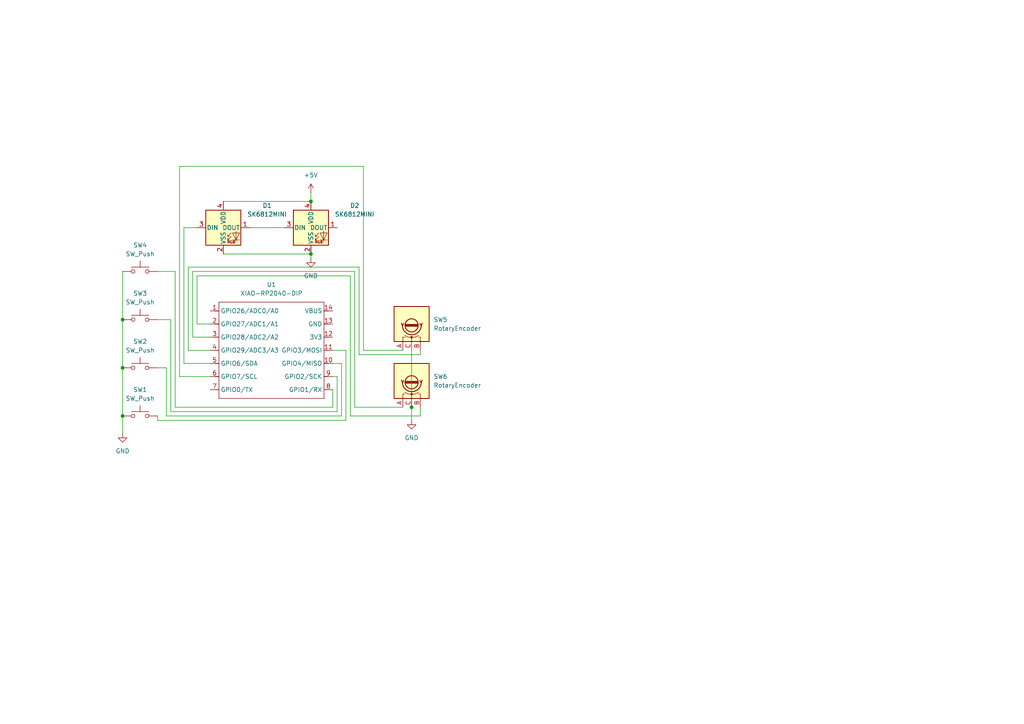
<source format=kicad_sch>
(kicad_sch
	(version 20250114)
	(generator "eeschema")
	(generator_version "9.0")
	(uuid "904a561f-a9fa-43f8-90f2-9432d3f1960a")
	(paper "A4")
	(lib_symbols
		(symbol "Device:RotaryEncoder"
			(pin_names
				(offset 0.254)
				(hide yes)
			)
			(exclude_from_sim no)
			(in_bom yes)
			(on_board yes)
			(property "Reference" "SW"
				(at 0 6.604 0)
				(effects
					(font
						(size 1.27 1.27)
					)
				)
			)
			(property "Value" "RotaryEncoder"
				(at 0 -6.604 0)
				(effects
					(font
						(size 1.27 1.27)
					)
				)
			)
			(property "Footprint" ""
				(at -3.81 4.064 0)
				(effects
					(font
						(size 1.27 1.27)
					)
					(hide yes)
				)
			)
			(property "Datasheet" "~"
				(at 0 6.604 0)
				(effects
					(font
						(size 1.27 1.27)
					)
					(hide yes)
				)
			)
			(property "Description" "Rotary encoder, dual channel, incremental quadrate outputs"
				(at 0 0 0)
				(effects
					(font
						(size 1.27 1.27)
					)
					(hide yes)
				)
			)
			(property "ki_keywords" "rotary switch encoder"
				(at 0 0 0)
				(effects
					(font
						(size 1.27 1.27)
					)
					(hide yes)
				)
			)
			(property "ki_fp_filters" "RotaryEncoder*"
				(at 0 0 0)
				(effects
					(font
						(size 1.27 1.27)
					)
					(hide yes)
				)
			)
			(symbol "RotaryEncoder_0_1"
				(rectangle
					(start -5.08 5.08)
					(end 5.08 -5.08)
					(stroke
						(width 0.254)
						(type default)
					)
					(fill
						(type background)
					)
				)
				(polyline
					(pts
						(xy -5.08 2.54) (xy -3.81 2.54) (xy -3.81 2.032)
					)
					(stroke
						(width 0)
						(type default)
					)
					(fill
						(type none)
					)
				)
				(polyline
					(pts
						(xy -5.08 0) (xy -3.81 0) (xy -3.81 -1.016) (xy -3.302 -2.032)
					)
					(stroke
						(width 0)
						(type default)
					)
					(fill
						(type none)
					)
				)
				(polyline
					(pts
						(xy -5.08 -2.54) (xy -3.81 -2.54) (xy -3.81 -2.032)
					)
					(stroke
						(width 0)
						(type default)
					)
					(fill
						(type none)
					)
				)
				(polyline
					(pts
						(xy -4.318 0) (xy -3.81 0) (xy -3.81 1.016) (xy -3.302 2.032)
					)
					(stroke
						(width 0)
						(type default)
					)
					(fill
						(type none)
					)
				)
				(circle
					(center -3.81 0)
					(radius 0.254)
					(stroke
						(width 0)
						(type default)
					)
					(fill
						(type outline)
					)
				)
				(polyline
					(pts
						(xy -0.635 -1.778) (xy -0.635 1.778)
					)
					(stroke
						(width 0.254)
						(type default)
					)
					(fill
						(type none)
					)
				)
				(circle
					(center -0.381 0)
					(radius 1.905)
					(stroke
						(width 0.254)
						(type default)
					)
					(fill
						(type none)
					)
				)
				(polyline
					(pts
						(xy -0.381 -1.778) (xy -0.381 1.778)
					)
					(stroke
						(width 0.254)
						(type default)
					)
					(fill
						(type none)
					)
				)
				(arc
					(start -0.381 -2.794)
					(mid -3.0988 -0.0635)
					(end -0.381 2.667)
					(stroke
						(width 0.254)
						(type default)
					)
					(fill
						(type none)
					)
				)
				(polyline
					(pts
						(xy -0.127 1.778) (xy -0.127 -1.778)
					)
					(stroke
						(width 0.254)
						(type default)
					)
					(fill
						(type none)
					)
				)
				(polyline
					(pts
						(xy 0.254 2.921) (xy -0.508 2.667) (xy 0.127 2.286)
					)
					(stroke
						(width 0.254)
						(type default)
					)
					(fill
						(type none)
					)
				)
				(polyline
					(pts
						(xy 0.254 -3.048) (xy -0.508 -2.794) (xy 0.127 -2.413)
					)
					(stroke
						(width 0.254)
						(type default)
					)
					(fill
						(type none)
					)
				)
			)
			(symbol "RotaryEncoder_1_1"
				(pin passive line
					(at -7.62 2.54 0)
					(length 2.54)
					(name "A"
						(effects
							(font
								(size 1.27 1.27)
							)
						)
					)
					(number "A"
						(effects
							(font
								(size 1.27 1.27)
							)
						)
					)
				)
				(pin passive line
					(at -7.62 0 0)
					(length 2.54)
					(name "C"
						(effects
							(font
								(size 1.27 1.27)
							)
						)
					)
					(number "C"
						(effects
							(font
								(size 1.27 1.27)
							)
						)
					)
				)
				(pin passive line
					(at -7.62 -2.54 0)
					(length 2.54)
					(name "B"
						(effects
							(font
								(size 1.27 1.27)
							)
						)
					)
					(number "B"
						(effects
							(font
								(size 1.27 1.27)
							)
						)
					)
				)
			)
			(embedded_fonts no)
		)
		(symbol "LED:SK6812MINI"
			(pin_names
				(offset 0.254)
			)
			(exclude_from_sim no)
			(in_bom yes)
			(on_board yes)
			(property "Reference" "D"
				(at 5.08 5.715 0)
				(effects
					(font
						(size 1.27 1.27)
					)
					(justify right bottom)
				)
			)
			(property "Value" "SK6812MINI"
				(at 1.27 -5.715 0)
				(effects
					(font
						(size 1.27 1.27)
					)
					(justify left top)
				)
			)
			(property "Footprint" "LED_SMD:LED_SK6812MINI_PLCC4_3.5x3.5mm_P1.75mm"
				(at 1.27 -7.62 0)
				(effects
					(font
						(size 1.27 1.27)
					)
					(justify left top)
					(hide yes)
				)
			)
			(property "Datasheet" "https://cdn-shop.adafruit.com/product-files/2686/SK6812MINI_REV.01-1-2.pdf"
				(at 2.54 -9.525 0)
				(effects
					(font
						(size 1.27 1.27)
					)
					(justify left top)
					(hide yes)
				)
			)
			(property "Description" "RGB LED with integrated controller"
				(at 0 0 0)
				(effects
					(font
						(size 1.27 1.27)
					)
					(hide yes)
				)
			)
			(property "ki_keywords" "RGB LED NeoPixel Mini addressable"
				(at 0 0 0)
				(effects
					(font
						(size 1.27 1.27)
					)
					(hide yes)
				)
			)
			(property "ki_fp_filters" "LED*SK6812MINI*PLCC*3.5x3.5mm*P1.75mm*"
				(at 0 0 0)
				(effects
					(font
						(size 1.27 1.27)
					)
					(hide yes)
				)
			)
			(symbol "SK6812MINI_0_0"
				(text "RGB"
					(at 2.286 -4.191 0)
					(effects
						(font
							(size 0.762 0.762)
						)
					)
				)
			)
			(symbol "SK6812MINI_0_1"
				(polyline
					(pts
						(xy 1.27 -2.54) (xy 1.778 -2.54)
					)
					(stroke
						(width 0)
						(type default)
					)
					(fill
						(type none)
					)
				)
				(polyline
					(pts
						(xy 1.27 -3.556) (xy 1.778 -3.556)
					)
					(stroke
						(width 0)
						(type default)
					)
					(fill
						(type none)
					)
				)
				(polyline
					(pts
						(xy 2.286 -1.524) (xy 1.27 -2.54) (xy 1.27 -2.032)
					)
					(stroke
						(width 0)
						(type default)
					)
					(fill
						(type none)
					)
				)
				(polyline
					(pts
						(xy 2.286 -2.54) (xy 1.27 -3.556) (xy 1.27 -3.048)
					)
					(stroke
						(width 0)
						(type default)
					)
					(fill
						(type none)
					)
				)
				(polyline
					(pts
						(xy 3.683 -1.016) (xy 3.683 -3.556) (xy 3.683 -4.064)
					)
					(stroke
						(width 0)
						(type default)
					)
					(fill
						(type none)
					)
				)
				(polyline
					(pts
						(xy 4.699 -1.524) (xy 2.667 -1.524) (xy 3.683 -3.556) (xy 4.699 -1.524)
					)
					(stroke
						(width 0)
						(type default)
					)
					(fill
						(type none)
					)
				)
				(polyline
					(pts
						(xy 4.699 -3.556) (xy 2.667 -3.556)
					)
					(stroke
						(width 0)
						(type default)
					)
					(fill
						(type none)
					)
				)
				(rectangle
					(start 5.08 5.08)
					(end -5.08 -5.08)
					(stroke
						(width 0.254)
						(type default)
					)
					(fill
						(type background)
					)
				)
			)
			(symbol "SK6812MINI_1_1"
				(pin input line
					(at -7.62 0 0)
					(length 2.54)
					(name "DIN"
						(effects
							(font
								(size 1.27 1.27)
							)
						)
					)
					(number "3"
						(effects
							(font
								(size 1.27 1.27)
							)
						)
					)
				)
				(pin power_in line
					(at 0 7.62 270)
					(length 2.54)
					(name "VDD"
						(effects
							(font
								(size 1.27 1.27)
							)
						)
					)
					(number "4"
						(effects
							(font
								(size 1.27 1.27)
							)
						)
					)
				)
				(pin power_in line
					(at 0 -7.62 90)
					(length 2.54)
					(name "VSS"
						(effects
							(font
								(size 1.27 1.27)
							)
						)
					)
					(number "2"
						(effects
							(font
								(size 1.27 1.27)
							)
						)
					)
				)
				(pin output line
					(at 7.62 0 180)
					(length 2.54)
					(name "DOUT"
						(effects
							(font
								(size 1.27 1.27)
							)
						)
					)
					(number "1"
						(effects
							(font
								(size 1.27 1.27)
							)
						)
					)
				)
			)
			(embedded_fonts no)
		)
		(symbol "OPL:XIAO-RP2040-DIP"
			(exclude_from_sim no)
			(in_bom yes)
			(on_board yes)
			(property "Reference" "U"
				(at 0 0 0)
				(effects
					(font
						(size 1.27 1.27)
					)
				)
			)
			(property "Value" "XIAO-RP2040-DIP"
				(at 5.334 -1.778 0)
				(effects
					(font
						(size 1.27 1.27)
					)
				)
			)
			(property "Footprint" "Module:MOUDLE14P-XIAO-DIP-SMD"
				(at 14.478 -32.258 0)
				(effects
					(font
						(size 1.27 1.27)
					)
					(hide yes)
				)
			)
			(property "Datasheet" ""
				(at 0 0 0)
				(effects
					(font
						(size 1.27 1.27)
					)
					(hide yes)
				)
			)
			(property "Description" ""
				(at 0 0 0)
				(effects
					(font
						(size 1.27 1.27)
					)
					(hide yes)
				)
			)
			(symbol "XIAO-RP2040-DIP_1_0"
				(polyline
					(pts
						(xy -1.27 -2.54) (xy 29.21 -2.54)
					)
					(stroke
						(width 0.1524)
						(type solid)
					)
					(fill
						(type none)
					)
				)
				(polyline
					(pts
						(xy -1.27 -5.08) (xy -2.54 -5.08)
					)
					(stroke
						(width 0.1524)
						(type solid)
					)
					(fill
						(type none)
					)
				)
				(polyline
					(pts
						(xy -1.27 -5.08) (xy -1.27 -2.54)
					)
					(stroke
						(width 0.1524)
						(type solid)
					)
					(fill
						(type none)
					)
				)
				(polyline
					(pts
						(xy -1.27 -8.89) (xy -2.54 -8.89)
					)
					(stroke
						(width 0.1524)
						(type solid)
					)
					(fill
						(type none)
					)
				)
				(polyline
					(pts
						(xy -1.27 -8.89) (xy -1.27 -5.08)
					)
					(stroke
						(width 0.1524)
						(type solid)
					)
					(fill
						(type none)
					)
				)
				(polyline
					(pts
						(xy -1.27 -12.7) (xy -2.54 -12.7)
					)
					(stroke
						(width 0.1524)
						(type solid)
					)
					(fill
						(type none)
					)
				)
				(polyline
					(pts
						(xy -1.27 -12.7) (xy -1.27 -8.89)
					)
					(stroke
						(width 0.1524)
						(type solid)
					)
					(fill
						(type none)
					)
				)
				(polyline
					(pts
						(xy -1.27 -16.51) (xy -2.54 -16.51)
					)
					(stroke
						(width 0.1524)
						(type solid)
					)
					(fill
						(type none)
					)
				)
				(polyline
					(pts
						(xy -1.27 -16.51) (xy -1.27 -12.7)
					)
					(stroke
						(width 0.1524)
						(type solid)
					)
					(fill
						(type none)
					)
				)
				(polyline
					(pts
						(xy -1.27 -20.32) (xy -2.54 -20.32)
					)
					(stroke
						(width 0.1524)
						(type solid)
					)
					(fill
						(type none)
					)
				)
				(polyline
					(pts
						(xy -1.27 -24.13) (xy -2.54 -24.13)
					)
					(stroke
						(width 0.1524)
						(type solid)
					)
					(fill
						(type none)
					)
				)
				(polyline
					(pts
						(xy -1.27 -27.94) (xy -2.54 -27.94)
					)
					(stroke
						(width 0.1524)
						(type solid)
					)
					(fill
						(type none)
					)
				)
				(polyline
					(pts
						(xy -1.27 -30.48) (xy -1.27 -16.51)
					)
					(stroke
						(width 0.1524)
						(type solid)
					)
					(fill
						(type none)
					)
				)
				(polyline
					(pts
						(xy 29.21 -2.54) (xy 29.21 -5.08)
					)
					(stroke
						(width 0.1524)
						(type solid)
					)
					(fill
						(type none)
					)
				)
				(polyline
					(pts
						(xy 29.21 -5.08) (xy 29.21 -8.89)
					)
					(stroke
						(width 0.1524)
						(type solid)
					)
					(fill
						(type none)
					)
				)
				(polyline
					(pts
						(xy 29.21 -8.89) (xy 29.21 -12.7)
					)
					(stroke
						(width 0.1524)
						(type solid)
					)
					(fill
						(type none)
					)
				)
				(polyline
					(pts
						(xy 29.21 -12.7) (xy 29.21 -30.48)
					)
					(stroke
						(width 0.1524)
						(type solid)
					)
					(fill
						(type none)
					)
				)
				(polyline
					(pts
						(xy 29.21 -30.48) (xy -1.27 -30.48)
					)
					(stroke
						(width 0.1524)
						(type solid)
					)
					(fill
						(type none)
					)
				)
				(polyline
					(pts
						(xy 30.48 -5.08) (xy 29.21 -5.08)
					)
					(stroke
						(width 0.1524)
						(type solid)
					)
					(fill
						(type none)
					)
				)
				(polyline
					(pts
						(xy 30.48 -8.89) (xy 29.21 -8.89)
					)
					(stroke
						(width 0.1524)
						(type solid)
					)
					(fill
						(type none)
					)
				)
				(polyline
					(pts
						(xy 30.48 -12.7) (xy 29.21 -12.7)
					)
					(stroke
						(width 0.1524)
						(type solid)
					)
					(fill
						(type none)
					)
				)
				(polyline
					(pts
						(xy 30.48 -16.51) (xy 29.21 -16.51)
					)
					(stroke
						(width 0.1524)
						(type solid)
					)
					(fill
						(type none)
					)
				)
				(polyline
					(pts
						(xy 30.48 -20.32) (xy 29.21 -20.32)
					)
					(stroke
						(width 0.1524)
						(type solid)
					)
					(fill
						(type none)
					)
				)
				(polyline
					(pts
						(xy 30.48 -24.13) (xy 29.21 -24.13)
					)
					(stroke
						(width 0.1524)
						(type solid)
					)
					(fill
						(type none)
					)
				)
				(polyline
					(pts
						(xy 30.48 -27.94) (xy 29.21 -27.94)
					)
					(stroke
						(width 0.1524)
						(type solid)
					)
					(fill
						(type none)
					)
				)
				(pin passive line
					(at -3.81 -5.08 0)
					(length 2.54)
					(name "GPIO26/ADC0/A0"
						(effects
							(font
								(size 1.27 1.27)
							)
						)
					)
					(number "1"
						(effects
							(font
								(size 1.27 1.27)
							)
						)
					)
				)
				(pin passive line
					(at -3.81 -8.89 0)
					(length 2.54)
					(name "GPIO27/ADC1/A1"
						(effects
							(font
								(size 1.27 1.27)
							)
						)
					)
					(number "2"
						(effects
							(font
								(size 1.27 1.27)
							)
						)
					)
				)
				(pin passive line
					(at -3.81 -12.7 0)
					(length 2.54)
					(name "GPIO28/ADC2/A2"
						(effects
							(font
								(size 1.27 1.27)
							)
						)
					)
					(number "3"
						(effects
							(font
								(size 1.27 1.27)
							)
						)
					)
				)
				(pin passive line
					(at -3.81 -16.51 0)
					(length 2.54)
					(name "GPIO29/ADC3/A3"
						(effects
							(font
								(size 1.27 1.27)
							)
						)
					)
					(number "4"
						(effects
							(font
								(size 1.27 1.27)
							)
						)
					)
				)
				(pin passive line
					(at -3.81 -20.32 0)
					(length 2.54)
					(name "GPIO6/SDA"
						(effects
							(font
								(size 1.27 1.27)
							)
						)
					)
					(number "5"
						(effects
							(font
								(size 1.27 1.27)
							)
						)
					)
				)
				(pin passive line
					(at -3.81 -24.13 0)
					(length 2.54)
					(name "GPIO7/SCL"
						(effects
							(font
								(size 1.27 1.27)
							)
						)
					)
					(number "6"
						(effects
							(font
								(size 1.27 1.27)
							)
						)
					)
				)
				(pin passive line
					(at -3.81 -27.94 0)
					(length 2.54)
					(name "GPIO0/TX"
						(effects
							(font
								(size 1.27 1.27)
							)
						)
					)
					(number "7"
						(effects
							(font
								(size 1.27 1.27)
							)
						)
					)
				)
				(pin passive line
					(at 31.75 -5.08 180)
					(length 2.54)
					(name "VBUS"
						(effects
							(font
								(size 1.27 1.27)
							)
						)
					)
					(number "14"
						(effects
							(font
								(size 1.27 1.27)
							)
						)
					)
				)
				(pin passive line
					(at 31.75 -8.89 180)
					(length 2.54)
					(name "GND"
						(effects
							(font
								(size 1.27 1.27)
							)
						)
					)
					(number "13"
						(effects
							(font
								(size 1.27 1.27)
							)
						)
					)
				)
				(pin passive line
					(at 31.75 -12.7 180)
					(length 2.54)
					(name "3V3"
						(effects
							(font
								(size 1.27 1.27)
							)
						)
					)
					(number "12"
						(effects
							(font
								(size 1.27 1.27)
							)
						)
					)
				)
				(pin passive line
					(at 31.75 -16.51 180)
					(length 2.54)
					(name "GPIO3/MOSI"
						(effects
							(font
								(size 1.27 1.27)
							)
						)
					)
					(number "11"
						(effects
							(font
								(size 1.27 1.27)
							)
						)
					)
				)
				(pin passive line
					(at 31.75 -20.32 180)
					(length 2.54)
					(name "GPIO4/MISO"
						(effects
							(font
								(size 1.27 1.27)
							)
						)
					)
					(number "10"
						(effects
							(font
								(size 1.27 1.27)
							)
						)
					)
				)
				(pin passive line
					(at 31.75 -24.13 180)
					(length 2.54)
					(name "GPIO2/SCK"
						(effects
							(font
								(size 1.27 1.27)
							)
						)
					)
					(number "9"
						(effects
							(font
								(size 1.27 1.27)
							)
						)
					)
				)
				(pin passive line
					(at 31.75 -27.94 180)
					(length 2.54)
					(name "GPIO1/RX"
						(effects
							(font
								(size 1.27 1.27)
							)
						)
					)
					(number "8"
						(effects
							(font
								(size 1.27 1.27)
							)
						)
					)
				)
			)
			(embedded_fonts no)
		)
		(symbol "Switch:SW_Push"
			(pin_numbers
				(hide yes)
			)
			(pin_names
				(offset 1.016)
				(hide yes)
			)
			(exclude_from_sim no)
			(in_bom yes)
			(on_board yes)
			(property "Reference" "SW"
				(at 1.27 2.54 0)
				(effects
					(font
						(size 1.27 1.27)
					)
					(justify left)
				)
			)
			(property "Value" "SW_Push"
				(at 0 -1.524 0)
				(effects
					(font
						(size 1.27 1.27)
					)
				)
			)
			(property "Footprint" ""
				(at 0 5.08 0)
				(effects
					(font
						(size 1.27 1.27)
					)
					(hide yes)
				)
			)
			(property "Datasheet" "~"
				(at 0 5.08 0)
				(effects
					(font
						(size 1.27 1.27)
					)
					(hide yes)
				)
			)
			(property "Description" "Push button switch, generic, two pins"
				(at 0 0 0)
				(effects
					(font
						(size 1.27 1.27)
					)
					(hide yes)
				)
			)
			(property "ki_keywords" "switch normally-open pushbutton push-button"
				(at 0 0 0)
				(effects
					(font
						(size 1.27 1.27)
					)
					(hide yes)
				)
			)
			(symbol "SW_Push_0_1"
				(circle
					(center -2.032 0)
					(radius 0.508)
					(stroke
						(width 0)
						(type default)
					)
					(fill
						(type none)
					)
				)
				(polyline
					(pts
						(xy 0 1.27) (xy 0 3.048)
					)
					(stroke
						(width 0)
						(type default)
					)
					(fill
						(type none)
					)
				)
				(circle
					(center 2.032 0)
					(radius 0.508)
					(stroke
						(width 0)
						(type default)
					)
					(fill
						(type none)
					)
				)
				(polyline
					(pts
						(xy 2.54 1.27) (xy -2.54 1.27)
					)
					(stroke
						(width 0)
						(type default)
					)
					(fill
						(type none)
					)
				)
				(pin passive line
					(at -5.08 0 0)
					(length 2.54)
					(name "1"
						(effects
							(font
								(size 1.27 1.27)
							)
						)
					)
					(number "1"
						(effects
							(font
								(size 1.27 1.27)
							)
						)
					)
				)
				(pin passive line
					(at 5.08 0 180)
					(length 2.54)
					(name "2"
						(effects
							(font
								(size 1.27 1.27)
							)
						)
					)
					(number "2"
						(effects
							(font
								(size 1.27 1.27)
							)
						)
					)
				)
			)
			(embedded_fonts no)
		)
		(symbol "power:+5V"
			(power)
			(pin_numbers
				(hide yes)
			)
			(pin_names
				(offset 0)
				(hide yes)
			)
			(exclude_from_sim no)
			(in_bom yes)
			(on_board yes)
			(property "Reference" "#PWR"
				(at 0 -3.81 0)
				(effects
					(font
						(size 1.27 1.27)
					)
					(hide yes)
				)
			)
			(property "Value" "+5V"
				(at 0 3.556 0)
				(effects
					(font
						(size 1.27 1.27)
					)
				)
			)
			(property "Footprint" ""
				(at 0 0 0)
				(effects
					(font
						(size 1.27 1.27)
					)
					(hide yes)
				)
			)
			(property "Datasheet" ""
				(at 0 0 0)
				(effects
					(font
						(size 1.27 1.27)
					)
					(hide yes)
				)
			)
			(property "Description" "Power symbol creates a global label with name \"+5V\""
				(at 0 0 0)
				(effects
					(font
						(size 1.27 1.27)
					)
					(hide yes)
				)
			)
			(property "ki_keywords" "global power"
				(at 0 0 0)
				(effects
					(font
						(size 1.27 1.27)
					)
					(hide yes)
				)
			)
			(symbol "+5V_0_1"
				(polyline
					(pts
						(xy -0.762 1.27) (xy 0 2.54)
					)
					(stroke
						(width 0)
						(type default)
					)
					(fill
						(type none)
					)
				)
				(polyline
					(pts
						(xy 0 2.54) (xy 0.762 1.27)
					)
					(stroke
						(width 0)
						(type default)
					)
					(fill
						(type none)
					)
				)
				(polyline
					(pts
						(xy 0 0) (xy 0 2.54)
					)
					(stroke
						(width 0)
						(type default)
					)
					(fill
						(type none)
					)
				)
			)
			(symbol "+5V_1_1"
				(pin power_in line
					(at 0 0 90)
					(length 0)
					(name "~"
						(effects
							(font
								(size 1.27 1.27)
							)
						)
					)
					(number "1"
						(effects
							(font
								(size 1.27 1.27)
							)
						)
					)
				)
			)
			(embedded_fonts no)
		)
		(symbol "power:GND"
			(power)
			(pin_numbers
				(hide yes)
			)
			(pin_names
				(offset 0)
				(hide yes)
			)
			(exclude_from_sim no)
			(in_bom yes)
			(on_board yes)
			(property "Reference" "#PWR"
				(at 0 -6.35 0)
				(effects
					(font
						(size 1.27 1.27)
					)
					(hide yes)
				)
			)
			(property "Value" "GND"
				(at 0 -3.81 0)
				(effects
					(font
						(size 1.27 1.27)
					)
				)
			)
			(property "Footprint" ""
				(at 0 0 0)
				(effects
					(font
						(size 1.27 1.27)
					)
					(hide yes)
				)
			)
			(property "Datasheet" ""
				(at 0 0 0)
				(effects
					(font
						(size 1.27 1.27)
					)
					(hide yes)
				)
			)
			(property "Description" "Power symbol creates a global label with name \"GND\" , ground"
				(at 0 0 0)
				(effects
					(font
						(size 1.27 1.27)
					)
					(hide yes)
				)
			)
			(property "ki_keywords" "global power"
				(at 0 0 0)
				(effects
					(font
						(size 1.27 1.27)
					)
					(hide yes)
				)
			)
			(symbol "GND_0_1"
				(polyline
					(pts
						(xy 0 0) (xy 0 -1.27) (xy 1.27 -1.27) (xy 0 -2.54) (xy -1.27 -1.27) (xy 0 -1.27)
					)
					(stroke
						(width 0)
						(type default)
					)
					(fill
						(type none)
					)
				)
			)
			(symbol "GND_1_1"
				(pin power_in line
					(at 0 0 270)
					(length 0)
					(name "~"
						(effects
							(font
								(size 1.27 1.27)
							)
						)
					)
					(number "1"
						(effects
							(font
								(size 1.27 1.27)
							)
						)
					)
				)
			)
			(embedded_fonts no)
		)
	)
	(junction
		(at 119.38 118.11)
		(diameter 0)
		(color 0 0 0 0)
		(uuid "3bd48b9a-a6d9-44d2-a766-fdf2912e9872")
	)
	(junction
		(at 35.56 92.71)
		(diameter 0)
		(color 0 0 0 0)
		(uuid "4658178f-420b-4755-aedb-bd2672c0c2b6")
	)
	(junction
		(at 90.17 73.66)
		(diameter 0)
		(color 0 0 0 0)
		(uuid "49a0437b-5350-4128-93a5-4fbd7b32caed")
	)
	(junction
		(at 90.17 58.42)
		(diameter 0)
		(color 0 0 0 0)
		(uuid "5b846988-8d38-40b9-8794-8bb3db1bfa3a")
	)
	(junction
		(at 35.56 120.65)
		(diameter 0)
		(color 0 0 0 0)
		(uuid "a4e0c286-8987-4302-abc2-132bb41e7dfe")
	)
	(junction
		(at 35.56 106.68)
		(diameter 0)
		(color 0 0 0 0)
		(uuid "fded3c3c-afb6-48f7-a323-6409de796048")
	)
	(wire
		(pts
			(xy 35.56 92.71) (xy 35.56 106.68)
		)
		(stroke
			(width 0)
			(type default)
		)
		(uuid "01e0ed5c-eeb7-4bb8-9213-1b03d4642d9e")
	)
	(wire
		(pts
			(xy 48.26 120.65) (xy 48.26 106.68)
		)
		(stroke
			(width 0)
			(type default)
		)
		(uuid "04198071-6e5d-4c6e-8691-3d2faa15b74e")
	)
	(wire
		(pts
			(xy 57.15 93.98) (xy 57.15 80.01)
		)
		(stroke
			(width 0)
			(type default)
		)
		(uuid "05241945-a32d-405f-8165-8e89b224ad0e")
	)
	(wire
		(pts
			(xy 53.34 105.41) (xy 53.34 66.04)
		)
		(stroke
			(width 0)
			(type default)
		)
		(uuid "0a60bf30-8c7d-4980-bd85-488e35c18a11")
	)
	(wire
		(pts
			(xy 54.61 77.47) (xy 104.14 77.47)
		)
		(stroke
			(width 0)
			(type default)
		)
		(uuid "0ad1367e-9325-4592-916d-751fe6f1093d")
	)
	(wire
		(pts
			(xy 35.56 120.65) (xy 35.56 125.73)
		)
		(stroke
			(width 0)
			(type default)
		)
		(uuid "0c67e946-85de-4a8a-a7d4-40d59ebbc7be")
	)
	(wire
		(pts
			(xy 54.61 101.6) (xy 60.96 101.6)
		)
		(stroke
			(width 0)
			(type default)
		)
		(uuid "0d65132e-2b13-45b9-b80a-d43337b6be07")
	)
	(wire
		(pts
			(xy 54.61 77.47) (xy 54.61 101.6)
		)
		(stroke
			(width 0)
			(type default)
		)
		(uuid "11ac3e82-c53a-46c1-92fd-9ea6afa3b8bc")
	)
	(wire
		(pts
			(xy 52.07 109.22) (xy 52.07 48.26)
		)
		(stroke
			(width 0)
			(type default)
		)
		(uuid "149e6207-f2d0-45ba-b3ae-4fe1a4118d52")
	)
	(wire
		(pts
			(xy 121.92 120.65) (xy 121.92 118.11)
		)
		(stroke
			(width 0)
			(type default)
		)
		(uuid "255f1c74-f280-4702-b272-04b8ffde2a96")
	)
	(wire
		(pts
			(xy 35.56 78.74) (xy 35.56 92.71)
		)
		(stroke
			(width 0)
			(type default)
		)
		(uuid "28040dcf-3d95-49a1-8891-9f87d0e31c56")
	)
	(wire
		(pts
			(xy 121.92 102.87) (xy 121.92 101.6)
		)
		(stroke
			(width 0)
			(type default)
		)
		(uuid "2adc619c-2d30-494a-a778-19fb4de9e467")
	)
	(wire
		(pts
			(xy 35.56 106.68) (xy 35.56 120.65)
		)
		(stroke
			(width 0)
			(type default)
		)
		(uuid "2fca69ec-79d2-48db-9f41-9041b585f066")
	)
	(wire
		(pts
			(xy 50.8 78.74) (xy 45.72 78.74)
		)
		(stroke
			(width 0)
			(type default)
		)
		(uuid "31a1a8f9-177e-49e4-82a5-f227fadd9dbb")
	)
	(wire
		(pts
			(xy 100.33 121.92) (xy 100.33 101.6)
		)
		(stroke
			(width 0)
			(type default)
		)
		(uuid "34ffe86f-ef05-4df7-b8ca-4cffe8509cdb")
	)
	(wire
		(pts
			(xy 64.77 73.66) (xy 90.17 73.66)
		)
		(stroke
			(width 0)
			(type default)
		)
		(uuid "3f7be85b-1cce-4479-9987-2ca4ac015a95")
	)
	(wire
		(pts
			(xy 119.38 101.6) (xy 119.38 118.11)
		)
		(stroke
			(width 0)
			(type default)
		)
		(uuid "3fb99be9-f933-4f66-8700-31b54280c72c")
	)
	(wire
		(pts
			(xy 99.06 105.41) (xy 99.06 120.65)
		)
		(stroke
			(width 0)
			(type default)
		)
		(uuid "4562f693-5d0e-4cf5-99a8-4cddb7a5ab28")
	)
	(wire
		(pts
			(xy 101.6 80.01) (xy 101.6 120.65)
		)
		(stroke
			(width 0)
			(type default)
		)
		(uuid "4a323271-6990-4a18-afd1-668b684c8223")
	)
	(wire
		(pts
			(xy 101.6 120.65) (xy 121.92 120.65)
		)
		(stroke
			(width 0)
			(type default)
		)
		(uuid "4ac9eaad-fa23-418f-9252-7d1affa6c2a9")
	)
	(wire
		(pts
			(xy 90.17 73.66) (xy 90.17 74.93)
		)
		(stroke
			(width 0)
			(type default)
		)
		(uuid "4c7b723c-f4da-4285-961a-22c9b2d7cfd6")
	)
	(wire
		(pts
			(xy 55.88 78.74) (xy 102.87 78.74)
		)
		(stroke
			(width 0)
			(type default)
		)
		(uuid "4e87e52b-1a4b-432f-b216-83613d214082")
	)
	(wire
		(pts
			(xy 105.41 48.26) (xy 105.41 101.6)
		)
		(stroke
			(width 0)
			(type default)
		)
		(uuid "540fd53f-9fde-4f4e-98dd-61df2bec0d8a")
	)
	(wire
		(pts
			(xy 96.52 113.03) (xy 96.52 118.11)
		)
		(stroke
			(width 0)
			(type default)
		)
		(uuid "5750b8eb-1fc0-4b04-b922-14df53ea685f")
	)
	(wire
		(pts
			(xy 48.26 106.68) (xy 45.72 106.68)
		)
		(stroke
			(width 0)
			(type default)
		)
		(uuid "5860d0ee-149d-4a97-98c8-467fa15f1219")
	)
	(wire
		(pts
			(xy 60.96 93.98) (xy 57.15 93.98)
		)
		(stroke
			(width 0)
			(type default)
		)
		(uuid "60bd425a-a340-4571-851f-7819d3c2ed50")
	)
	(wire
		(pts
			(xy 52.07 109.22) (xy 60.96 109.22)
		)
		(stroke
			(width 0)
			(type default)
		)
		(uuid "6f7e0a5c-5d47-4cb5-b28c-db3c6457ae08")
	)
	(wire
		(pts
			(xy 53.34 66.04) (xy 57.15 66.04)
		)
		(stroke
			(width 0)
			(type default)
		)
		(uuid "6ff4e21d-e39c-4404-ad73-94929bcd3546")
	)
	(wire
		(pts
			(xy 102.87 118.11) (xy 116.84 118.11)
		)
		(stroke
			(width 0)
			(type default)
		)
		(uuid "73e16554-5bae-4493-8d83-d8391f6a86a5")
	)
	(wire
		(pts
			(xy 45.72 120.65) (xy 45.72 121.92)
		)
		(stroke
			(width 0)
			(type default)
		)
		(uuid "78a92afe-7043-4640-8faf-a003b19122b4")
	)
	(wire
		(pts
			(xy 53.34 105.41) (xy 60.96 105.41)
		)
		(stroke
			(width 0)
			(type default)
		)
		(uuid "7a14e30c-ab19-4618-87d2-523182e2e632")
	)
	(wire
		(pts
			(xy 72.39 66.04) (xy 82.55 66.04)
		)
		(stroke
			(width 0)
			(type default)
		)
		(uuid "80958f0e-6da9-4d80-a713-e57e36478135")
	)
	(wire
		(pts
			(xy 97.79 109.22) (xy 96.52 109.22)
		)
		(stroke
			(width 0)
			(type default)
		)
		(uuid "858589c8-d46f-4a71-8475-8bc6d3ac6718")
	)
	(wire
		(pts
			(xy 45.72 121.92) (xy 100.33 121.92)
		)
		(stroke
			(width 0)
			(type default)
		)
		(uuid "89919108-9b55-4c36-b978-3a70e5278fc1")
	)
	(wire
		(pts
			(xy 100.33 101.6) (xy 96.52 101.6)
		)
		(stroke
			(width 0)
			(type default)
		)
		(uuid "951adb9c-c37b-4f8a-9653-6686b7d96f8b")
	)
	(wire
		(pts
			(xy 60.96 97.79) (xy 55.88 97.79)
		)
		(stroke
			(width 0)
			(type default)
		)
		(uuid "965ebef4-8de3-4153-85e4-381bab774721")
	)
	(wire
		(pts
			(xy 97.79 119.38) (xy 97.79 109.22)
		)
		(stroke
			(width 0)
			(type default)
		)
		(uuid "a832c209-6e79-4754-a1bc-65eaadb4c6c6")
	)
	(wire
		(pts
			(xy 96.52 105.41) (xy 99.06 105.41)
		)
		(stroke
			(width 0)
			(type default)
		)
		(uuid "afcfef2c-bb1f-4c0e-8ed3-baa35f433fc7")
	)
	(wire
		(pts
			(xy 55.88 97.79) (xy 55.88 78.74)
		)
		(stroke
			(width 0)
			(type default)
		)
		(uuid "b140c604-c385-41dc-8018-6aff35a74a22")
	)
	(wire
		(pts
			(xy 104.14 102.87) (xy 121.92 102.87)
		)
		(stroke
			(width 0)
			(type default)
		)
		(uuid "b9abcc85-b3c5-4b52-a663-13a9f5691111")
	)
	(wire
		(pts
			(xy 104.14 77.47) (xy 104.14 102.87)
		)
		(stroke
			(width 0)
			(type default)
		)
		(uuid "bd6150af-e2da-45da-b432-d2bad337d972")
	)
	(wire
		(pts
			(xy 45.72 92.71) (xy 49.53 92.71)
		)
		(stroke
			(width 0)
			(type default)
		)
		(uuid "bf4aaf4a-8671-4c15-a79b-34edc33f9dc3")
	)
	(wire
		(pts
			(xy 105.41 101.6) (xy 116.84 101.6)
		)
		(stroke
			(width 0)
			(type default)
		)
		(uuid "c424e605-5f85-4ed9-80d8-ef51ae144843")
	)
	(wire
		(pts
			(xy 90.17 55.88) (xy 90.17 58.42)
		)
		(stroke
			(width 0)
			(type default)
		)
		(uuid "c9c9feec-d331-4ad7-8466-2fc4f052549d")
	)
	(wire
		(pts
			(xy 64.77 58.42) (xy 90.17 58.42)
		)
		(stroke
			(width 0)
			(type default)
		)
		(uuid "c9de17c1-437a-4795-b94e-139c23c165d6")
	)
	(wire
		(pts
			(xy 102.87 78.74) (xy 102.87 118.11)
		)
		(stroke
			(width 0)
			(type default)
		)
		(uuid "cbf9505f-8b9b-4906-bc03-d783184d6d0f")
	)
	(wire
		(pts
			(xy 52.07 48.26) (xy 105.41 48.26)
		)
		(stroke
			(width 0)
			(type default)
		)
		(uuid "cdd38c3c-52b5-46d8-8428-3ddaccb8bfbb")
	)
	(wire
		(pts
			(xy 50.8 118.11) (xy 50.8 78.74)
		)
		(stroke
			(width 0)
			(type default)
		)
		(uuid "d6a15952-f3b7-4e97-be4f-17db556e612c")
	)
	(wire
		(pts
			(xy 119.38 118.11) (xy 119.38 121.92)
		)
		(stroke
			(width 0)
			(type default)
		)
		(uuid "d9da5cdb-fa39-43de-bf1f-5145648f8d65")
	)
	(wire
		(pts
			(xy 48.26 120.65) (xy 99.06 120.65)
		)
		(stroke
			(width 0)
			(type default)
		)
		(uuid "e49150b1-c0c4-45c0-aedf-c53b07c37b2e")
	)
	(wire
		(pts
			(xy 49.53 92.71) (xy 49.53 119.38)
		)
		(stroke
			(width 0)
			(type default)
		)
		(uuid "f1ee08a9-7171-41e9-a721-ce78a1c9f0e6")
	)
	(wire
		(pts
			(xy 57.15 80.01) (xy 101.6 80.01)
		)
		(stroke
			(width 0)
			(type default)
		)
		(uuid "f40d9d49-ac51-4c33-b7ab-d0561f2abaad")
	)
	(wire
		(pts
			(xy 50.8 118.11) (xy 96.52 118.11)
		)
		(stroke
			(width 0)
			(type default)
		)
		(uuid "faf72410-28eb-4f9e-a6ae-551798d51e42")
	)
	(wire
		(pts
			(xy 49.53 119.38) (xy 97.79 119.38)
		)
		(stroke
			(width 0)
			(type default)
		)
		(uuid "fdb5b3f6-fb2b-49d2-a8d3-c06227bb9f8e")
	)
	(symbol
		(lib_id "Switch:SW_Push")
		(at 40.64 120.65 0)
		(unit 1)
		(exclude_from_sim no)
		(in_bom yes)
		(on_board yes)
		(dnp no)
		(fields_autoplaced yes)
		(uuid "17028209-1d05-4f34-9386-54ceb7b38469")
		(property "Reference" "SW1"
			(at 40.64 113.03 0)
			(effects
				(font
					(size 1.27 1.27)
				)
			)
		)
		(property "Value" "SW_Push"
			(at 40.64 115.57 0)
			(effects
				(font
					(size 1.27 1.27)
				)
			)
		)
		(property "Footprint" "Button_Switch_Keyboard:SW_Cherry_MX_1.00u_PCB"
			(at 40.64 115.57 0)
			(effects
				(font
					(size 1.27 1.27)
				)
				(hide yes)
			)
		)
		(property "Datasheet" "~"
			(at 40.64 115.57 0)
			(effects
				(font
					(size 1.27 1.27)
				)
				(hide yes)
			)
		)
		(property "Description" "Push button switch, generic, two pins"
			(at 40.64 120.65 0)
			(effects
				(font
					(size 1.27 1.27)
				)
				(hide yes)
			)
		)
		(pin "2"
			(uuid "bd175164-83b3-4d8c-8502-322be8b394e7")
		)
		(pin "1"
			(uuid "cf6eec12-c2e5-489f-9e72-f4f49affbf95")
		)
		(instances
			(project ""
				(path "/904a561f-a9fa-43f8-90f2-9432d3f1960a"
					(reference "SW1")
					(unit 1)
				)
			)
		)
	)
	(symbol
		(lib_id "power:GND")
		(at 90.17 74.93 0)
		(unit 1)
		(exclude_from_sim no)
		(in_bom yes)
		(on_board yes)
		(dnp no)
		(fields_autoplaced yes)
		(uuid "1859ddbb-959d-4e24-96b6-8bb15073830e")
		(property "Reference" "#PWR02"
			(at 90.17 81.28 0)
			(effects
				(font
					(size 1.27 1.27)
				)
				(hide yes)
			)
		)
		(property "Value" "GND"
			(at 90.17 80.01 0)
			(effects
				(font
					(size 1.27 1.27)
				)
			)
		)
		(property "Footprint" ""
			(at 90.17 74.93 0)
			(effects
				(font
					(size 1.27 1.27)
				)
				(hide yes)
			)
		)
		(property "Datasheet" ""
			(at 90.17 74.93 0)
			(effects
				(font
					(size 1.27 1.27)
				)
				(hide yes)
			)
		)
		(property "Description" "Power symbol creates a global label with name \"GND\" , ground"
			(at 90.17 74.93 0)
			(effects
				(font
					(size 1.27 1.27)
				)
				(hide yes)
			)
		)
		(pin "1"
			(uuid "18f9446f-3720-41ee-8793-8a881cbcd4dd")
		)
		(instances
			(project ""
				(path "/904a561f-a9fa-43f8-90f2-9432d3f1960a"
					(reference "#PWR02")
					(unit 1)
				)
			)
		)
	)
	(symbol
		(lib_id "Device:RotaryEncoder")
		(at 119.38 93.98 90)
		(unit 1)
		(exclude_from_sim no)
		(in_bom yes)
		(on_board yes)
		(dnp no)
		(fields_autoplaced yes)
		(uuid "282ba62f-fb2e-483b-8764-a454c92f2474")
		(property "Reference" "SW5"
			(at 125.73 92.7099 90)
			(effects
				(font
					(size 1.27 1.27)
				)
				(justify right)
			)
		)
		(property "Value" "RotaryEncoder"
			(at 125.73 95.2499 90)
			(effects
				(font
					(size 1.27 1.27)
				)
				(justify right)
			)
		)
		(property "Footprint" "Rotary_Encoder:RotaryEncoder_Alps_EC11E_Vertical_H20mm"
			(at 115.316 97.79 0)
			(effects
				(font
					(size 1.27 1.27)
				)
				(hide yes)
			)
		)
		(property "Datasheet" "~"
			(at 112.776 93.98 0)
			(effects
				(font
					(size 1.27 1.27)
				)
				(hide yes)
			)
		)
		(property "Description" "Rotary encoder, dual channel, incremental quadrate outputs"
			(at 119.38 93.98 0)
			(effects
				(font
					(size 1.27 1.27)
				)
				(hide yes)
			)
		)
		(pin "A"
			(uuid "af3d1623-e0b4-4534-9346-4c2bc0fd7512")
		)
		(pin "B"
			(uuid "11348e49-88af-4e0e-a487-b97567c7dd52")
		)
		(pin "C"
			(uuid "6d86bd4d-9884-4019-a48b-7e2901f43e7b")
		)
		(instances
			(project ""
				(path "/904a561f-a9fa-43f8-90f2-9432d3f1960a"
					(reference "SW5")
					(unit 1)
				)
			)
		)
	)
	(symbol
		(lib_id "Device:RotaryEncoder")
		(at 119.38 110.49 90)
		(unit 1)
		(exclude_from_sim no)
		(in_bom yes)
		(on_board yes)
		(dnp no)
		(fields_autoplaced yes)
		(uuid "462b9b37-a225-453d-bd8d-9d5cdf52a350")
		(property "Reference" "SW6"
			(at 125.73 109.2199 90)
			(effects
				(font
					(size 1.27 1.27)
				)
				(justify right)
			)
		)
		(property "Value" "RotaryEncoder"
			(at 125.73 111.7599 90)
			(effects
				(font
					(size 1.27 1.27)
				)
				(justify right)
			)
		)
		(property "Footprint" "Rotary_Encoder:RotaryEncoder_Alps_EC11E_Vertical_H20mm"
			(at 115.316 114.3 0)
			(effects
				(font
					(size 1.27 1.27)
				)
				(hide yes)
			)
		)
		(property "Datasheet" "~"
			(at 112.776 110.49 0)
			(effects
				(font
					(size 1.27 1.27)
				)
				(hide yes)
			)
		)
		(property "Description" "Rotary encoder, dual channel, incremental quadrate outputs"
			(at 119.38 110.49 0)
			(effects
				(font
					(size 1.27 1.27)
				)
				(hide yes)
			)
		)
		(pin "A"
			(uuid "da7e40fc-0f3e-4df7-8ab6-adb397f6f8fa")
		)
		(pin "B"
			(uuid "b8791d83-5936-4db8-9bba-8bf32cbc60af")
		)
		(pin "C"
			(uuid "c37fd313-bf0d-4350-8d84-37ec98c6d061")
		)
		(instances
			(project "BatPad"
				(path "/904a561f-a9fa-43f8-90f2-9432d3f1960a"
					(reference "SW6")
					(unit 1)
				)
			)
		)
	)
	(symbol
		(lib_id "Switch:SW_Push")
		(at 40.64 92.71 0)
		(unit 1)
		(exclude_from_sim no)
		(in_bom yes)
		(on_board yes)
		(dnp no)
		(fields_autoplaced yes)
		(uuid "4b667567-c0ed-4560-a083-f689189533b8")
		(property "Reference" "SW3"
			(at 40.64 85.09 0)
			(effects
				(font
					(size 1.27 1.27)
				)
			)
		)
		(property "Value" "SW_Push"
			(at 40.64 87.63 0)
			(effects
				(font
					(size 1.27 1.27)
				)
			)
		)
		(property "Footprint" "Button_Switch_Keyboard:SW_Cherry_MX_1.00u_PCB"
			(at 40.64 87.63 0)
			(effects
				(font
					(size 1.27 1.27)
				)
				(hide yes)
			)
		)
		(property "Datasheet" "~"
			(at 40.64 87.63 0)
			(effects
				(font
					(size 1.27 1.27)
				)
				(hide yes)
			)
		)
		(property "Description" "Push button switch, generic, two pins"
			(at 40.64 92.71 0)
			(effects
				(font
					(size 1.27 1.27)
				)
				(hide yes)
			)
		)
		(pin "2"
			(uuid "0f9182bd-969c-4a9b-acc5-d404dbc02bd7")
		)
		(pin "1"
			(uuid "0bb78e2e-1b33-4c11-81fb-48516dee9bfa")
		)
		(instances
			(project ""
				(path "/904a561f-a9fa-43f8-90f2-9432d3f1960a"
					(reference "SW3")
					(unit 1)
				)
			)
		)
	)
	(symbol
		(lib_id "power:GND")
		(at 35.56 125.73 0)
		(unit 1)
		(exclude_from_sim no)
		(in_bom yes)
		(on_board yes)
		(dnp no)
		(fields_autoplaced yes)
		(uuid "7e02968c-275a-40ca-bb99-7968e506505b")
		(property "Reference" "#PWR03"
			(at 35.56 132.08 0)
			(effects
				(font
					(size 1.27 1.27)
				)
				(hide yes)
			)
		)
		(property "Value" "GND"
			(at 35.56 130.81 0)
			(effects
				(font
					(size 1.27 1.27)
				)
			)
		)
		(property "Footprint" ""
			(at 35.56 125.73 0)
			(effects
				(font
					(size 1.27 1.27)
				)
				(hide yes)
			)
		)
		(property "Datasheet" ""
			(at 35.56 125.73 0)
			(effects
				(font
					(size 1.27 1.27)
				)
				(hide yes)
			)
		)
		(property "Description" "Power symbol creates a global label with name \"GND\" , ground"
			(at 35.56 125.73 0)
			(effects
				(font
					(size 1.27 1.27)
				)
				(hide yes)
			)
		)
		(pin "1"
			(uuid "ae050c3e-02c0-417c-9a7d-e98e471e098c")
		)
		(instances
			(project ""
				(path "/904a561f-a9fa-43f8-90f2-9432d3f1960a"
					(reference "#PWR03")
					(unit 1)
				)
			)
		)
	)
	(symbol
		(lib_id "power:+5V")
		(at 90.17 55.88 0)
		(unit 1)
		(exclude_from_sim no)
		(in_bom yes)
		(on_board yes)
		(dnp no)
		(fields_autoplaced yes)
		(uuid "92331773-e6b2-4088-86bb-f0814fca52e5")
		(property "Reference" "#PWR01"
			(at 90.17 59.69 0)
			(effects
				(font
					(size 1.27 1.27)
				)
				(hide yes)
			)
		)
		(property "Value" "+5V"
			(at 90.17 50.8 0)
			(effects
				(font
					(size 1.27 1.27)
				)
			)
		)
		(property "Footprint" ""
			(at 90.17 55.88 0)
			(effects
				(font
					(size 1.27 1.27)
				)
				(hide yes)
			)
		)
		(property "Datasheet" ""
			(at 90.17 55.88 0)
			(effects
				(font
					(size 1.27 1.27)
				)
				(hide yes)
			)
		)
		(property "Description" "Power symbol creates a global label with name \"+5V\""
			(at 90.17 55.88 0)
			(effects
				(font
					(size 1.27 1.27)
				)
				(hide yes)
			)
		)
		(pin "1"
			(uuid "d1e4c145-0e91-4ba9-901d-3701b9b9d0cb")
		)
		(instances
			(project ""
				(path "/904a561f-a9fa-43f8-90f2-9432d3f1960a"
					(reference "#PWR01")
					(unit 1)
				)
			)
		)
	)
	(symbol
		(lib_id "power:GND")
		(at 119.38 121.92 0)
		(unit 1)
		(exclude_from_sim no)
		(in_bom yes)
		(on_board yes)
		(dnp no)
		(fields_autoplaced yes)
		(uuid "ab56284b-ec2a-430a-aea6-075115933c6a")
		(property "Reference" "#PWR04"
			(at 119.38 128.27 0)
			(effects
				(font
					(size 1.27 1.27)
				)
				(hide yes)
			)
		)
		(property "Value" "GND"
			(at 119.38 127 0)
			(effects
				(font
					(size 1.27 1.27)
				)
			)
		)
		(property "Footprint" ""
			(at 119.38 121.92 0)
			(effects
				(font
					(size 1.27 1.27)
				)
				(hide yes)
			)
		)
		(property "Datasheet" ""
			(at 119.38 121.92 0)
			(effects
				(font
					(size 1.27 1.27)
				)
				(hide yes)
			)
		)
		(property "Description" "Power symbol creates a global label with name \"GND\" , ground"
			(at 119.38 121.92 0)
			(effects
				(font
					(size 1.27 1.27)
				)
				(hide yes)
			)
		)
		(pin "1"
			(uuid "cb137e38-a17b-46db-99d0-cc0956f181e1")
		)
		(instances
			(project ""
				(path "/904a561f-a9fa-43f8-90f2-9432d3f1960a"
					(reference "#PWR04")
					(unit 1)
				)
			)
		)
	)
	(symbol
		(lib_id "OPL:XIAO-RP2040-DIP")
		(at 64.77 85.09 0)
		(unit 1)
		(exclude_from_sim no)
		(in_bom yes)
		(on_board yes)
		(dnp no)
		(fields_autoplaced yes)
		(uuid "acc624fc-9fa0-4fe8-8611-527214290241")
		(property "Reference" "U1"
			(at 78.74 82.55 0)
			(effects
				(font
					(size 1.27 1.27)
				)
			)
		)
		(property "Value" "XIAO-RP2040-DIP"
			(at 78.74 85.09 0)
			(effects
				(font
					(size 1.27 1.27)
				)
			)
		)
		(property "Footprint" "OPL:XIAO-RP2040-DIP"
			(at 79.248 117.348 0)
			(effects
				(font
					(size 1.27 1.27)
				)
				(hide yes)
			)
		)
		(property "Datasheet" ""
			(at 64.77 85.09 0)
			(effects
				(font
					(size 1.27 1.27)
				)
				(hide yes)
			)
		)
		(property "Description" ""
			(at 64.77 85.09 0)
			(effects
				(font
					(size 1.27 1.27)
				)
				(hide yes)
			)
		)
		(pin "7"
			(uuid "aeb5f181-ac04-47f3-a003-98048696a9ee")
		)
		(pin "13"
			(uuid "9a7e0c2c-577c-4161-8a56-5637422bf5fd")
		)
		(pin "1"
			(uuid "529ae06e-e817-4c15-9939-986dd1e9fa94")
		)
		(pin "3"
			(uuid "45f08f39-ade2-418b-8d95-ab1dbafd9a95")
		)
		(pin "4"
			(uuid "d894361c-510f-4995-b313-7972aced0f1a")
		)
		(pin "5"
			(uuid "85043f1d-8d61-48ba-8081-d585435ce2fe")
		)
		(pin "2"
			(uuid "d5b8cabf-04a0-4154-9798-5ed1e5ae0ed1")
		)
		(pin "6"
			(uuid "df3b2e14-6e6e-4890-8904-1c8b2e3ffd0d")
		)
		(pin "14"
			(uuid "73a66471-5678-479d-a11d-b5ca404bb9c2")
		)
		(pin "10"
			(uuid "ac825039-e312-4ddd-98d2-dba709ee0992")
		)
		(pin "9"
			(uuid "1a21dc26-6ccb-4bf3-a84a-3824626353ee")
		)
		(pin "8"
			(uuid "7baedc24-e8d0-4c10-a05e-0303ee97a5ff")
		)
		(pin "12"
			(uuid "1899ac8a-846b-4cda-8f3f-4d77aa973020")
		)
		(pin "11"
			(uuid "769d284b-ed01-4e76-8b62-70d932c05ea9")
		)
		(instances
			(project ""
				(path "/904a561f-a9fa-43f8-90f2-9432d3f1960a"
					(reference "U1")
					(unit 1)
				)
			)
		)
	)
	(symbol
		(lib_id "Switch:SW_Push")
		(at 40.64 106.68 0)
		(unit 1)
		(exclude_from_sim no)
		(in_bom yes)
		(on_board yes)
		(dnp no)
		(fields_autoplaced yes)
		(uuid "b35b278a-e1b2-4c7f-b2a4-7945923caa10")
		(property "Reference" "SW2"
			(at 40.64 99.06 0)
			(effects
				(font
					(size 1.27 1.27)
				)
			)
		)
		(property "Value" "SW_Push"
			(at 40.64 101.6 0)
			(effects
				(font
					(size 1.27 1.27)
				)
			)
		)
		(property "Footprint" "Button_Switch_Keyboard:SW_Cherry_MX_1.00u_PCB"
			(at 40.64 101.6 0)
			(effects
				(font
					(size 1.27 1.27)
				)
				(hide yes)
			)
		)
		(property "Datasheet" "~"
			(at 40.64 101.6 0)
			(effects
				(font
					(size 1.27 1.27)
				)
				(hide yes)
			)
		)
		(property "Description" "Push button switch, generic, two pins"
			(at 40.64 106.68 0)
			(effects
				(font
					(size 1.27 1.27)
				)
				(hide yes)
			)
		)
		(pin "2"
			(uuid "1fc10ba0-b5b3-455c-895c-ad0a6f0e5707")
		)
		(pin "1"
			(uuid "8c841dd3-18a6-4d65-919d-f5817f0e9abe")
		)
		(instances
			(project ""
				(path "/904a561f-a9fa-43f8-90f2-9432d3f1960a"
					(reference "SW2")
					(unit 1)
				)
			)
		)
	)
	(symbol
		(lib_id "LED:SK6812MINI")
		(at 90.17 66.04 0)
		(unit 1)
		(exclude_from_sim no)
		(in_bom yes)
		(on_board yes)
		(dnp no)
		(fields_autoplaced yes)
		(uuid "b7b423a6-4ec3-4456-b236-f13962812964")
		(property "Reference" "D2"
			(at 102.87 59.6198 0)
			(effects
				(font
					(size 1.27 1.27)
				)
			)
		)
		(property "Value" "SK6812MINI"
			(at 102.87 62.1598 0)
			(effects
				(font
					(size 1.27 1.27)
				)
			)
		)
		(property "Footprint" "LED_SMD:LED_SK6812MINI_PLCC4_3.5x3.5mm_P1.75mm"
			(at 91.44 73.66 0)
			(effects
				(font
					(size 1.27 1.27)
				)
				(justify left top)
				(hide yes)
			)
		)
		(property "Datasheet" "https://cdn-shop.adafruit.com/product-files/2686/SK6812MINI_REV.01-1-2.pdf"
			(at 92.71 75.565 0)
			(effects
				(font
					(size 1.27 1.27)
				)
				(justify left top)
				(hide yes)
			)
		)
		(property "Description" "RGB LED with integrated controller"
			(at 90.17 66.04 0)
			(effects
				(font
					(size 1.27 1.27)
				)
				(hide yes)
			)
		)
		(pin "4"
			(uuid "9d7dcc43-907b-4096-a477-7a9c277948d5")
		)
		(pin "3"
			(uuid "ee8da81d-13bc-4b52-b2be-af30d0c2c08d")
		)
		(pin "2"
			(uuid "5ee4f7ee-3038-40c3-bf3e-859236abfa99")
		)
		(pin "1"
			(uuid "04b5aff9-c412-4986-8c5b-a57acf82d90f")
		)
		(instances
			(project "BatPad"
				(path "/904a561f-a9fa-43f8-90f2-9432d3f1960a"
					(reference "D2")
					(unit 1)
				)
			)
		)
	)
	(symbol
		(lib_id "LED:SK6812MINI")
		(at 64.77 66.04 0)
		(unit 1)
		(exclude_from_sim no)
		(in_bom yes)
		(on_board yes)
		(dnp no)
		(fields_autoplaced yes)
		(uuid "d4903d6c-1420-4736-9eaf-0123d4d8c54d")
		(property "Reference" "D1"
			(at 77.47 59.6198 0)
			(effects
				(font
					(size 1.27 1.27)
				)
			)
		)
		(property "Value" "SK6812MINI"
			(at 77.47 62.1598 0)
			(effects
				(font
					(size 1.27 1.27)
				)
			)
		)
		(property "Footprint" "LED_SMD:LED_SK6812MINI_PLCC4_3.5x3.5mm_P1.75mm"
			(at 66.04 73.66 0)
			(effects
				(font
					(size 1.27 1.27)
				)
				(justify left top)
				(hide yes)
			)
		)
		(property "Datasheet" "https://cdn-shop.adafruit.com/product-files/2686/SK6812MINI_REV.01-1-2.pdf"
			(at 67.31 75.565 0)
			(effects
				(font
					(size 1.27 1.27)
				)
				(justify left top)
				(hide yes)
			)
		)
		(property "Description" "RGB LED with integrated controller"
			(at 64.77 66.04 0)
			(effects
				(font
					(size 1.27 1.27)
				)
				(hide yes)
			)
		)
		(pin "4"
			(uuid "e9bcd23d-899d-4396-ad62-27572df16c59")
		)
		(pin "3"
			(uuid "e39c8d7e-200e-4bae-bd96-99288916d9a9")
		)
		(pin "2"
			(uuid "3f4ea879-4c67-46d4-91f3-a672f5fa4243")
		)
		(pin "1"
			(uuid "b60b0f55-ae97-478c-b600-0f1ba208c4f9")
		)
		(instances
			(project ""
				(path "/904a561f-a9fa-43f8-90f2-9432d3f1960a"
					(reference "D1")
					(unit 1)
				)
			)
		)
	)
	(symbol
		(lib_id "Switch:SW_Push")
		(at 40.64 78.74 0)
		(unit 1)
		(exclude_from_sim no)
		(in_bom yes)
		(on_board yes)
		(dnp no)
		(fields_autoplaced yes)
		(uuid "fcbae55a-3d2e-48a5-927c-4190bbfee043")
		(property "Reference" "SW4"
			(at 40.64 71.12 0)
			(effects
				(font
					(size 1.27 1.27)
				)
			)
		)
		(property "Value" "SW_Push"
			(at 40.64 73.66 0)
			(effects
				(font
					(size 1.27 1.27)
				)
			)
		)
		(property "Footprint" "Button_Switch_Keyboard:SW_Cherry_MX_1.00u_PCB"
			(at 40.64 73.66 0)
			(effects
				(font
					(size 1.27 1.27)
				)
				(hide yes)
			)
		)
		(property "Datasheet" "~"
			(at 40.64 73.66 0)
			(effects
				(font
					(size 1.27 1.27)
				)
				(hide yes)
			)
		)
		(property "Description" "Push button switch, generic, two pins"
			(at 40.64 78.74 0)
			(effects
				(font
					(size 1.27 1.27)
				)
				(hide yes)
			)
		)
		(pin "2"
			(uuid "9b0f4bfc-2877-4e1c-be98-16ac98935344")
		)
		(pin "1"
			(uuid "db488bfa-4bc2-49dc-b418-27fbb8ba9863")
		)
		(instances
			(project ""
				(path "/904a561f-a9fa-43f8-90f2-9432d3f1960a"
					(reference "SW4")
					(unit 1)
				)
			)
		)
	)
	(sheet_instances
		(path "/"
			(page "1")
		)
	)
	(embedded_fonts no)
)

</source>
